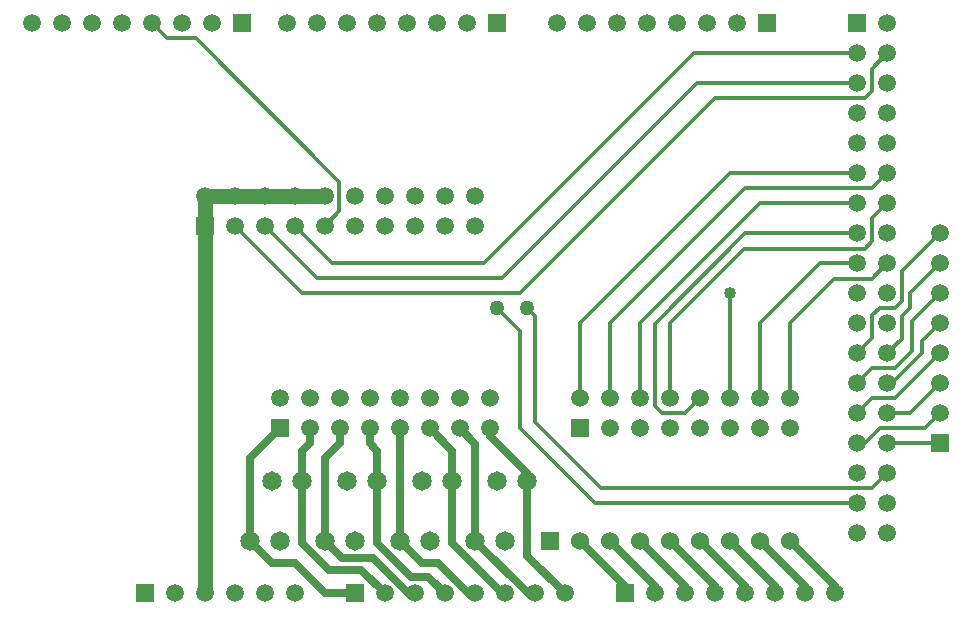
<source format=gtl>
%FSAX24Y24*%
%MOIN*%
G70*
G01*
G75*
G04 Layer_Physical_Order=1*
G04 Layer_Color=255*
%ADD10C,0.0120*%
%ADD11C,0.0250*%
%ADD12C,0.0500*%
%ADD13C,0.0591*%
%ADD14R,0.0591X0.0591*%
%ADD15R,0.0591X0.0591*%
%ADD16C,0.0600*%
%ADD17R,0.0600X0.0600*%
%ADD18C,0.0650*%
%ADD19C,0.0400*%
%ADD20C,0.0500*%
D10*
X044400Y048000D02*
X049750D01*
X044300Y049000D02*
X049750D01*
X050000Y047500D02*
X050235Y047735D01*
Y048485D01*
X050750Y049000D01*
X045000Y047500D02*
X050000D01*
X051500Y040500D02*
Y041000D01*
X051240Y040240D02*
X051500Y040500D01*
X051240Y039490D02*
Y040240D01*
X051010Y037510D02*
X052500Y039000D01*
X049750Y038000D02*
X050260Y038510D01*
X050000Y036000D02*
X050500Y036500D01*
X049750Y036000D02*
X050000D01*
X050500Y036500D02*
X051270D01*
X049750Y037000D02*
X050260Y037510D01*
X051000Y040515D02*
X051235Y040750D01*
Y041735D01*
X050000Y042490D02*
X050250Y042740D01*
X050240Y041490D02*
X050750Y042000D01*
Y039000D02*
X051240Y039490D01*
X032750Y031000D02*
X033000D01*
X050500Y040515D02*
X051000D01*
X050250Y040265D02*
X050500Y040515D01*
X050250Y039500D02*
Y040265D01*
X049750Y039000D02*
X050250Y039500D01*
X050260Y037510D02*
X051010D01*
X050250Y043500D02*
X050750Y044000D01*
X050250Y042740D02*
Y043500D01*
Y044500D02*
X050750Y045000D01*
X045500Y037550D02*
Y041000D01*
X043000Y037250D02*
X043250Y037000D01*
X044000D01*
X044500Y037500D01*
X046020Y043000D02*
X049750D01*
X043000Y037250D02*
Y039980D01*
X046020Y043000D01*
X041000Y034000D02*
X049750D01*
X038500Y036500D02*
X041000Y034000D01*
X050250Y034500D02*
X050750Y035000D01*
X041200Y034500D02*
X050250D01*
X039000Y036700D02*
X041200Y034500D01*
X039000Y036700D02*
Y040250D01*
X038747Y040503D02*
X039000Y040250D01*
X038747Y040503D02*
Y040503D01*
X038500Y036500D02*
Y039750D01*
X037747Y040503D02*
X038500Y039750D01*
X050260Y038510D02*
X051000D01*
X051580Y039090D01*
X050750Y038000D02*
X050900D01*
X051910Y039010D01*
Y039410D01*
X037300Y042000D02*
X044300Y049000D01*
X032250Y042000D02*
X037300D01*
X031750Y041500D02*
X037900D01*
X044400Y048000D01*
X031000Y043250D02*
X032250Y042000D01*
X030000Y043250D02*
X031750Y041500D01*
X038500Y041000D02*
X045000Y047500D01*
X029000Y043250D02*
X031250Y041000D01*
X038500D01*
X026250Y050000D02*
X026750Y049500D01*
X032000Y043250D02*
X032485Y043735D01*
X026750Y049500D02*
X027700D01*
X032485Y044715D01*
Y043735D02*
Y044715D01*
X050750Y036000D02*
X052500D01*
X050500Y036500D02*
X052000D01*
X052500Y037000D01*
X050750D02*
X051500D01*
X052500Y038000D01*
X051910Y039410D02*
X052500Y040000D01*
X051580Y040080D02*
X052500Y041000D01*
X051580Y039090D02*
Y040080D01*
X051500Y041000D02*
X052500Y042000D01*
X051235Y041735D02*
X052500Y043000D01*
X042500Y037500D02*
Y040000D01*
X046500Y044000D01*
X049750D01*
X041500Y037500D02*
Y040000D01*
X046000Y044500D01*
X050250D01*
X043500Y037500D02*
Y040000D01*
X045990Y042490D01*
X050000D01*
X040500Y037500D02*
Y040000D01*
X045500Y045000D01*
X049750D01*
X046500Y037500D02*
Y040000D01*
X048500Y042000D01*
X049750D01*
X047500Y037500D02*
Y040000D01*
X048990Y041490D01*
X050240D01*
D11*
X037028Y032750D02*
X038778Y031000D01*
X037028Y032750D02*
Y034458D01*
X036500Y036500D02*
X037028Y035972D01*
Y034458D02*
Y035972D01*
X035500Y036500D02*
X036250Y035750D01*
Y032680D02*
X037930Y031000D01*
X036250Y032680D02*
Y034750D01*
Y035750D01*
X034500Y032750D02*
Y036500D01*
X035778Y032000D02*
X036778Y031000D01*
X035450Y031550D02*
X036000Y031000D01*
X033500Y036000D02*
Y036500D01*
Y036000D02*
X033750Y035750D01*
Y032680D02*
Y035750D01*
X032500Y036000D02*
Y036500D01*
X032000Y035500D02*
X032500Y036000D01*
X032000Y032750D02*
Y035500D01*
X034500Y032750D02*
X035250Y032000D01*
X035778D01*
X033750Y032680D02*
X034880Y031550D01*
X035450D01*
X033608Y032170D02*
X034778Y031000D01*
X032000Y032750D02*
X032580Y032170D01*
X033608D01*
X033210Y031790D02*
X034000Y031000D01*
X031250Y032680D02*
Y035750D01*
X031500Y036000D01*
Y036500D01*
X029500Y035500D02*
X030500Y036500D01*
X029500Y032750D02*
Y035500D01*
X031250Y032680D02*
X032140Y031790D01*
X033210D01*
X032000Y031000D02*
X033000D01*
X029500Y032750D02*
X030250Y032000D01*
X031000D01*
X032000Y031000D01*
X038750Y032250D02*
X040000Y031000D01*
X038750Y032250D02*
Y035000D01*
X037500Y036250D02*
X038750Y035000D01*
X040500Y032750D02*
X042000Y031250D01*
X041500Y032750D02*
X043000Y031250D01*
Y031000D02*
Y031250D01*
X042500Y032750D02*
X044000Y031250D01*
Y031000D02*
Y031250D01*
X043500Y032750D02*
X045000Y031250D01*
X044500Y032750D02*
X046000Y031250D01*
X045500Y032750D02*
X047000Y031250D01*
X046500Y032750D02*
X048000Y031250D01*
X047500Y032750D02*
X049000Y031250D01*
D12*
X028000Y031000D02*
Y043250D01*
Y044250D01*
X029000D01*
X030000D01*
X031000D01*
X032000D01*
X032955D02*
X033000D01*
D13*
X037500Y037500D02*
D03*
X036500D02*
D03*
X035500D02*
D03*
X034500D02*
D03*
X033500D02*
D03*
X032500D02*
D03*
X031500D02*
D03*
X030500D02*
D03*
X037500Y036500D02*
D03*
X036500D02*
D03*
X035500D02*
D03*
X034500D02*
D03*
X033500D02*
D03*
X032500D02*
D03*
X031500D02*
D03*
X047500Y037500D02*
D03*
X046500D02*
D03*
X045500D02*
D03*
X044500D02*
D03*
X043500D02*
D03*
X042500D02*
D03*
X041500D02*
D03*
X040500D02*
D03*
X047500Y036500D02*
D03*
X046500D02*
D03*
X045500D02*
D03*
X044500D02*
D03*
X043500D02*
D03*
X042500D02*
D03*
X041500D02*
D03*
X050750Y050000D02*
D03*
X049750Y049000D02*
D03*
X050750D02*
D03*
X049750Y048000D02*
D03*
X050750D02*
D03*
X049750Y047000D02*
D03*
X050750D02*
D03*
X049750Y046000D02*
D03*
X050750D02*
D03*
X049750Y045000D02*
D03*
X050750D02*
D03*
X049750Y044000D02*
D03*
X050750D02*
D03*
X049750Y043000D02*
D03*
X050750D02*
D03*
X049750Y042000D02*
D03*
X050750D02*
D03*
X049750Y041000D02*
D03*
X050750D02*
D03*
X049750Y040000D02*
D03*
X050750D02*
D03*
X049750Y039000D02*
D03*
X050750D02*
D03*
X049750Y038000D02*
D03*
X050750D02*
D03*
X049750Y037000D02*
D03*
X050750D02*
D03*
X049750Y036000D02*
D03*
X050750D02*
D03*
X049750Y035000D02*
D03*
X050750D02*
D03*
X049750Y034000D02*
D03*
X050750D02*
D03*
X049750Y033000D02*
D03*
X050750D02*
D03*
X031000Y031000D02*
D03*
X030000D02*
D03*
X029000D02*
D03*
X028000D02*
D03*
X027000D02*
D03*
X049000D02*
D03*
X048000D02*
D03*
X047000D02*
D03*
X046000D02*
D03*
X045000D02*
D03*
X044000D02*
D03*
X043000D02*
D03*
X040000D02*
D03*
X039000D02*
D03*
X038000D02*
D03*
X037000D02*
D03*
X036000D02*
D03*
X035000D02*
D03*
X034000D02*
D03*
X039750Y050000D02*
D03*
X040750D02*
D03*
X041750D02*
D03*
X042750D02*
D03*
X043750D02*
D03*
X044750D02*
D03*
X045750D02*
D03*
X030750D02*
D03*
X031750D02*
D03*
X032750D02*
D03*
X033750D02*
D03*
X034750D02*
D03*
X035750D02*
D03*
X036750D02*
D03*
X022250D02*
D03*
X023250D02*
D03*
X024250D02*
D03*
X025250D02*
D03*
X026250D02*
D03*
X027250D02*
D03*
X028250D02*
D03*
X052500Y043000D02*
D03*
Y042000D02*
D03*
Y041000D02*
D03*
Y040000D02*
D03*
Y039000D02*
D03*
Y038000D02*
D03*
Y037000D02*
D03*
X029000Y043250D02*
D03*
X030000D02*
D03*
X031000D02*
D03*
X032000D02*
D03*
X033000D02*
D03*
X034000D02*
D03*
X035000D02*
D03*
X036000D02*
D03*
X037000D02*
D03*
X028000Y044250D02*
D03*
X029000D02*
D03*
X030000D02*
D03*
X031000D02*
D03*
X032000D02*
D03*
X033000D02*
D03*
X034000D02*
D03*
X035000D02*
D03*
X036000D02*
D03*
X037000D02*
D03*
D14*
X030500Y036500D02*
D03*
X040500D02*
D03*
X026000Y031000D02*
D03*
X042000D02*
D03*
X033000D02*
D03*
X046750Y050000D02*
D03*
X037750D02*
D03*
X029250D02*
D03*
X028000Y043250D02*
D03*
D15*
X049750Y050000D02*
D03*
X052500Y036000D02*
D03*
D16*
X047500Y032750D02*
D03*
X046500D02*
D03*
X045500D02*
D03*
X044500D02*
D03*
X043500D02*
D03*
X042500D02*
D03*
X041500D02*
D03*
X040500D02*
D03*
D17*
X039500D02*
D03*
D18*
X030500D02*
D03*
X029500D02*
D03*
X035500D02*
D03*
X034500D02*
D03*
X033000D02*
D03*
X032000D02*
D03*
X032750Y034750D02*
D03*
X033750D02*
D03*
X035250D02*
D03*
X036250D02*
D03*
X038000Y032750D02*
D03*
X037000D02*
D03*
X037750Y034750D02*
D03*
X038750D02*
D03*
X030250D02*
D03*
X031250D02*
D03*
D19*
X045500Y041000D02*
D03*
D20*
X038747Y040503D02*
D03*
X037747Y040503D02*
D03*
M02*

</source>
